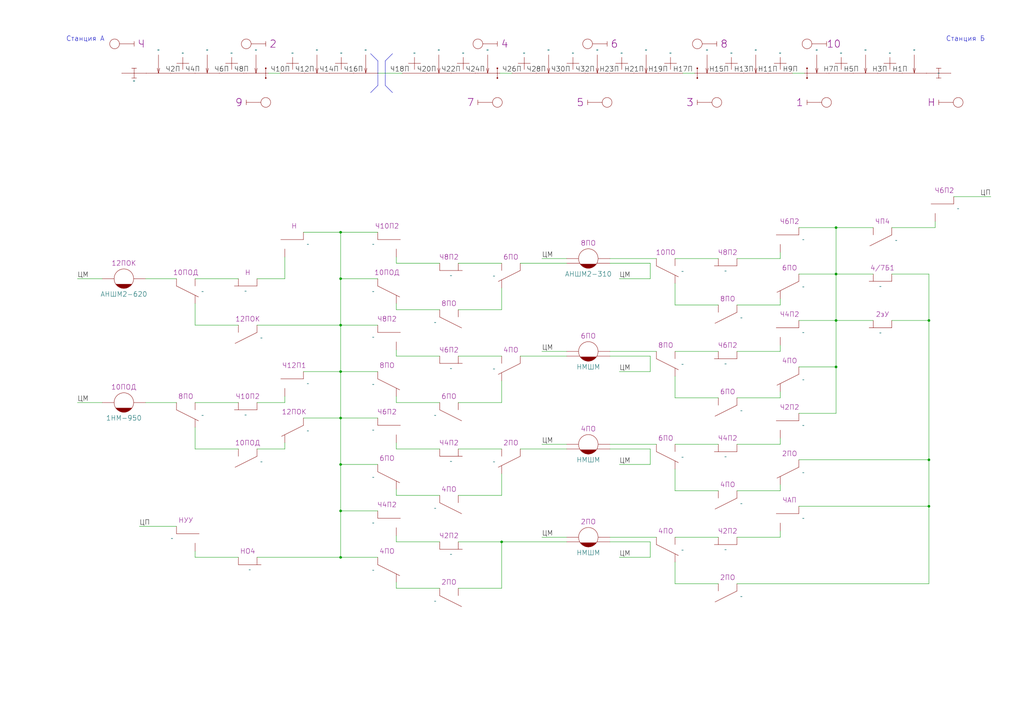
<source format=kicad_sch>
(kicad_sch (version 20231120) (generator "eeschema") (generator_version "8.0")
  (paper "A3")
  (title_block (title "Станция А") (company "МКТ РУТ (МИИТ)") (comment 1 "КП 27.02.03.03.000 ГЧ") (comment 2 "Сафранович") (comment 3 "Бузунова"))
  (lib_symbols
    (symbol "SCB:Генератор_Нитки"
      (symbol "Генератор_Нитки_0_1"
        (polyline (pts (xy 0 0) (xy -0.5 -2)))
        (polyline (pts (xy 0 0) (xy 0 -7.5)))
        (polyline (pts (xy 0 0) (xy 0.5 -2)))
        (polyline (pts (xy 5 0) (xy -5 0)))
      )
      (symbol "Генератор_Нитки_1_1"
        (pin unspecified line (at -5 0 0) (length 0) (name "") (number ""))
        (pin unspecified line (at 5 0 180) (length 0) (name "") (number ""))
      )
    )
    (symbol "SCB:Изостык" (pin_numbers hide) (pin_names (offset 0) hide)
      (symbol "Изостык_0_1"
        (polyline (pts (xy -1 -2) (xy 1 -2)))
        (polyline (pts (xy 0 -2) (xy 0 2)))
        (polyline (pts (xy 1 2) (xy -1 2)))
      )
      (symbol "Изостык_1_1"
        (pin unspecified line (at 0 0 90) (length 0) (name "привязка") (number ""))
      )
      (symbol "Изостык_2_1"
        (polyline (pts (xy -5 0) (xy 5 0)))
        (pin passive line (at 0 2 270) (length 0) (name "") (number ""))
        (pin unspecified line (at 5 0 180) (length 0) (name "") (number ""))
        (pin unspecified line (at -5 0 0) (length 0) (name "привязка") (number ""))
      )
    )
    (symbol "SCB:Приемник_Нитки"
      (symbol "Приемник_Нитки_0_1"
        (polyline (pts (xy -5 0) (xy 5 0)))
        (polyline (pts (xy 0 -1.5) (xy 0 -6.5)))
        (polyline (pts (xy 2.5 -4) (xy -2.5 -4)))
      )
      (symbol "Приемник_Нитки_1_1"
        (pin unspecified line (at -5 0 0) (length 0) (name "") (number ""))
        (pin unspecified line (at 5 0 180) (length 0) (name "") (number ""))
      )
    )
    (symbol "SCB:Светофор" (pin_numbers hide) (pin_names (offset 0) hide)
      (property "Литера" "?" (at 3 12 0))
      (symbol "Светофор_0_1"
        (circle (center -8 12) (radius 2))
        (polyline (pts (xy 0 11) (xy 0 13)))
        (polyline (pts (xy 0 12) (xy -6 12)))
      )
      (symbol "Светофор_1_1"
        (pin unspecified line (at 0 0 90) (length 0) (name "привязка") (number ""))
      )
    )
    (symbol "SCB:УКСПС" (pin_numbers hide) (pin_names (offset 0) hide)
      (property "Литера" "?УКСПС" (at 0 6 0))
      (symbol "УКСПС_0_1"
        (polyline (pts (xy 0 -2) (xy 0 2)))
      )
      (symbol "УКСПС_1_1"
        (circle (center 0 -2) (radius 0.25) (fill (type outline)))
        (circle (center 0 2) (radius 0.25) (fill (type outline)))
        (pin unspecified line (at 0 0 90) (length 0) (name "привязка") (number ""))
      )
      (symbol "УКСПС_2_1"
        (circle (center 0 -2) (radius 0.25) (fill (type outline)))
        (polyline (pts (xy -1.5 2.5) (xy -5.5 2.5)))
        (polyline (pts (xy -5.5 2.5) (xy -4 3) (xy -4 2) (xy -5.5 2.5)) (fill (type outline)))
        (circle (center 0 2) (radius 0.25) (fill (type outline)))
        (pin unspecified line (at 0 0 90) (length 0) (name "привязка") (number ""))
      )
    )
    (symbol "SCB_Relay:Контакт_нейтрального_якоря" (pin_numbers hide) (pin_names hide)
      (property "Обозначение реле" "Н" (at 0 2.54 0))
      (symbol "Контакт_нейтрального_якоря_0_1"
        (polyline (pts (xy -3.81 -3) (xy 5.19 -7.5)))
        (pin bidirectional line (at -3.81 0 270) (length 3) (name "") (number "1"))
      )
      (symbol "Контакт_нейтрального_якоря_1_1"
        (pin bidirectional line (at 3.81 0 270) (length 3) (name "") (number "2"))
        (pin bidirectional line (at 3.81 -10.16 90) (length 3.3) (name "") (number "3"))
      )
      (symbol "Контакт_нейтрального_якоря_2_1"
        (pin bidirectional line (at 3.81 -10.16 90) (length 3.3) (name "") (number "3"))
      )
      (symbol "Контакт_нейтрального_якоря_3_1"
        (pin bidirectional line (at 3.81 0 270) (length 3) (name "") (number "2"))
      )
      (symbol "Контакт_нейтрального_якоря_4_1"
        (polyline (pts (xy 3.81 -10.16) (xy 7.62 -10.16)))
        (polyline (pts (xy 3.81 -8.89) (xy 5.715 -10.16)))
        (polyline (pts (xy 3.81 -6.858) (xy 3.81 -10.16)))
        (polyline (pts (xy 3.81 -1.27) (xy 5.715 0)))
        (polyline (pts (xy 3.81 0) (xy 3.81 -3)))
        (polyline (pts (xy 3.81 0) (xy 7.62 0)))
        (pin bidirectional line (at -3.81 0 270) (length 3) (name "") (number "1"))
        (pin bidirectional line (at 8.89 0 180) (length 2) (name "") (number "2"))
        (pin bidirectional line (at 8.89 -10.16 180) (length 2) (name "") (number "3"))
      )
      (symbol "Контакт_нейтрального_якоря_5_1"
        (polyline (pts (xy 3.81 -1.27) (xy 5.715 0)))
        (polyline (pts (xy 3.81 0) (xy 3.81 -3)))
        (polyline (pts (xy 3.81 0) (xy 7.62 0)))
        (pin bidirectional line (at 8.89 0 180) (length 2) (name "") (number "2"))
      )
      (symbol "Контакт_нейтрального_якоря_6_1"
        (polyline (pts (xy 3.81 -8.89) (xy 5.715 -10.16)))
        (polyline (pts (xy 3.81 -6.858) (xy 3.81 -10.16) (xy 6.985 -10.16)))
        (pin bidirectional line (at 8.89 -10.16 180) (length 2) (name "") (number "3"))
      )
      (symbol "Контакт_нейтрального_якоря_7_1"
        (polyline (pts (xy 11.43 0) (xy 3.81 0) (xy 3.81 -3)))
        (polyline (pts (xy 3.81 0) (xy 5.5 1) (xy 8.5 -1) (xy 10 0)))
        (pin bidirectional line (at 12.7 0 180) (length 2) (name "") (number "2"))
        (pin bidirectional line (at 3.81 -10.16 90) (length 3.3) (name "") (number "3"))
      )
      (symbol "Контакт_нейтрального_якоря_8_1"
        (arc (start 5 -8.5) (mid 6.0355 -6) (end 5 -3.5))
        (pin bidirectional line (at 3.81 0 270) (length 3) (name "") (number "2"))
        (pin bidirectional line (at 3.81 -10.16 90) (length 3.3) (name "") (number "3"))
      )
    )
    (symbol "SCB_Relay:Контакт_нейтрального_якоря_НЗ" (pin_numbers hide) (pin_names hide)
      (property "Обозначение реле" "Н" (at 0 2.54 0))
      (symbol "Контакт_нейтрального_якоря_НЗ_0_1"
        (polyline (pts (xy -3.81 -3) (xy 5.5 -3)))
        (pin bidirectional line (at -3.81 0 270) (length 3) (name "") (number "1"))
      )
      (symbol "Контакт_нейтрального_якоря_НЗ_1_1"
        (pin bidirectional line (at 3.81 0 270) (length 3) (name "") (number "2"))
        (pin bidirectional line (at 3.81 -10.16 90) (length 3.3) (name "") (number "3"))
      )
      (symbol "Контакт_нейтрального_якоря_НЗ_2_1"
        (pin bidirectional line (at 3.81 -10.16 90) (length 3.3) (name "") (number "3"))
      )
      (symbol "Контакт_нейтрального_якоря_НЗ_3_1"
        (pin bidirectional line (at 3.81 0 270) (length 3) (name "") (number "2"))
      )
      (symbol "Контакт_нейтрального_якоря_НЗ_4_1"
        (polyline (pts (xy 3.81 -10.16) (xy 7.62 -10.16)))
        (polyline (pts (xy 3.81 -8.89) (xy 5.715 -10.16)))
        (polyline (pts (xy 3.81 -6.858) (xy 3.81 -10.16)))
        (polyline (pts (xy 3.81 -1.27) (xy 5.715 0)))
        (polyline (pts (xy 3.81 0) (xy 3.81 -3)))
        (polyline (pts (xy 3.81 0) (xy 7.62 0)))
        (pin bidirectional line (at -3.81 0 270) (length 3) (name "") (number "1"))
        (pin bidirectional line (at 8.89 0 180) (length 2) (name "") (number "2"))
        (pin bidirectional line (at 8.89 -10.16 180) (length 2) (name "") (number "3"))
      )
      (symbol "Контакт_нейтрального_якоря_НЗ_5_1"
        (polyline (pts (xy 3.81 -1.27) (xy 5.715 0)))
        (polyline (pts (xy 3.81 0) (xy 3.81 -3)))
        (polyline (pts (xy 3.81 0) (xy 7.62 0)))
        (pin bidirectional line (at 8.89 0 180) (length 2) (name "") (number "2"))
      )
      (symbol "Контакт_нейтрального_якоря_НЗ_6_1"
        (polyline (pts (xy 3.81 -8.89) (xy 5.715 -10.16)))
        (polyline (pts (xy 3.81 -6.858) (xy 3.81 -10.16) (xy 6.985 -10.16)))
        (pin bidirectional line (at 8.89 -10.16 180) (length 2) (name "") (number "3"))
      )
      (symbol "Контакт_нейтрального_якоря_НЗ_7_1"
        (polyline (pts (xy 11.43 0) (xy 3.81 0) (xy 3.81 -3)))
        (polyline (pts (xy 3.81 0) (xy 5.5 1) (xy 8.5 -1) (xy 10 0)))
        (pin bidirectional line (at 12.7 0 180) (length 2) (name "") (number "2"))
        (pin bidirectional line (at 3.81 -10.16 90) (length 3.3) (name "") (number "3"))
      )
      (symbol "Контакт_нейтрального_якоря_НЗ_8_1"
        (arc (start 5 -8.5) (mid 6.0355 -6) (end 5 -3.5))
        (pin bidirectional line (at 3.81 0 270) (length 3) (name "") (number "2"))
        (pin bidirectional line (at 3.81 -10.16 90) (length 3.3) (name "") (number "3"))
      )
    )
    (symbol "SCB_Relay:Нейтральное_с_замедлением_на_отпуск" (pin_numbers hide) (pin_names (offset 0.002) hide)
      (property "Value" "НМШМ" (at 0 -6.35 0))
      (property "Обозначение реле" "Н" (at 0 6.35 0))
      (symbol "Нейтральное_с_замедлением_на_отпуск_0_1"
        (polyline (pts (xy -3.25 -2.25) (xy 3.25 -2.25) (xy 2.5 -3) (xy 1.25 -3.75) (xy 0 -4) (xy -1.25 -3.75) (xy -2.5 -3) (xy -3.25 -2.25)) (fill (type outline)))
        (circle (center 0 0) (radius 4))
      )
      (symbol "Нейтральное_с_замедлением_на_отпуск_1_1"
        (pin power_in line (at -8.89 0 0) (length 4.8) (name "") (number "1"))
        (pin power_in line (at 8.89 0 180) (length 4.8) (name "") (number "4"))
      )
      (symbol "Нейтральное_с_замедлением_на_отпуск_2_1"
        (pin power_in line (at -8.89 0 0) (length 4.8) (name "") (number "1"))
        (pin power_in line (at -8.89 -1.905 0) (length 5.3) (name "") (number "2"))
        (pin power_in line (at 8.89 0 180) (length 4.8) (name "") (number "3"))
        (pin power_in line (at 8.89 -1.905 180) (length 5.3) (name "") (number "4"))
      )
    )
  )
  (junction (at 205.74 222.25))
  (junction (at 139.7 228.6))
  (junction (at 342.9 93.345))
  (junction (at 342.9 131.445))
  (junction (at 139.7 152.4))
  (junction (at 139.7 133.35))
  (junction (at 342.9 112.395))
  (junction (at 139.7 209.55))
  (junction (at 139.7 190.5))
  (junction (at 342.9 150.495))
  (junction (at 381 131.445))
  (junction (at 139.7 114.3))
  (junction (at 139.7 171.45))
  (junction (at 381 207.645))
  (junction (at 139.7 95.25))
  (junction (at 381 188.595))
  (wire (pts (xy 139.7 133.35) (xy 139.7 152.4)))
  (wire (pts (xy 124.46 171.45) (xy 139.7 171.45)))
  (wire (pts (xy 162.56 203.2) (xy 180.34 203.2)))
  (wire (pts (xy 80.01 184.15) (xy 97.79 184.15)))
  (wire (pts (xy 162.56 146.05) (xy 180.34 146.05)))
  (wire (pts (xy 59.69 114.3) (xy 72.39 114.3)))
  (wire (pts (xy 187.96 222.25) (xy 205.74 222.25)))
  (wire (pts (xy 110 30) (xy 115 30)))
  (wire (pts (xy 320.04 217.805) (xy 320.04 220.345)))
  (polyline (pts (xy 161 22) (xy 158 25)))
  (wire (pts (xy 320.04 106.045) (xy 302.26 106.045)))
  (wire (pts (xy 320.04 144.145) (xy 302.26 144.145)))
  (wire (pts (xy 162.56 143.51) (xy 162.56 146.05)))
  (wire (pts (xy 205.74 222.25) (xy 232.41 222.25)))
  (wire (pts (xy 80.01 133.35) (xy 97.79 133.35)))
  (wire (pts (xy 294.64 106.045) (xy 276.86 106.045)))
  (wire (pts (xy 139.7 152.4) (xy 139.7 171.45)))
  (wire (pts (xy 187.96 146.05) (xy 205.74 146.05)))
  (wire (pts (xy 381 131.445) (xy 381 188.595)))
  (wire (pts (xy 276.86 163.195) (xy 294.64 163.195)))
  (wire (pts (xy 342.9 93.345) (xy 342.9 112.395)))
  (wire (pts (xy 320.04 163.195) (xy 302.26 163.195)))
  (wire (pts (xy 320.04 122.555) (xy 320.04 125.095)))
  (wire (pts (xy 250.19 106.045) (xy 269.24 106.045)))
  (wire (pts (xy 139.7 95.25) (xy 154.94 95.25)))
  (wire (pts (xy 383.54 93.345) (xy 365.76 93.345)))
  (wire (pts (xy 365.76 112.395) (xy 381 112.395)))
  (wire (pts (xy 320.04 103.505) (xy 320.04 106.045)))
  (wire (pts (xy 162.56 181.61) (xy 162.56 184.15)))
  (wire (pts (xy 205.74 222.25) (xy 205.74 241.3)))
  (wire (pts (xy 105.41 165.1) (xy 116.84 165.1)))
  (wire (pts (xy 342.9 131.445) (xy 327.66 131.445)))
  (wire (pts (xy 155 30) (xy 165 30)))
  (wire (pts (xy 205.74 241.3) (xy 187.96 241.3)))
  (polyline (pts (xy 152 22) (xy 155 25)))
  (wire (pts (xy 327.66 207.645) (xy 381 207.645)))
  (wire (pts (xy 205.74 194.31) (xy 205.74 203.2)))
  (wire (pts (xy 381 188.595) (xy 381 207.645)))
  (wire (pts (xy 266.7 152.4) (xy 266.7 146.05)))
  (wire (pts (xy 59.69 165.1) (xy 72.39 165.1)))
  (wire (pts (xy 80.01 124.46) (xy 80.01 133.35)))
  (wire (pts (xy 154.94 228.6) (xy 139.7 228.6)))
  (wire (pts (xy 80.01 226.06) (xy 80.01 228.6)))
  (wire (pts (xy 342.9 169.545) (xy 327.66 169.545)))
  (wire (pts (xy 294.64 144.145) (xy 276.86 144.145)))
  (wire (pts (xy 276.86 125.095) (xy 294.64 125.095)))
  (wire (pts (xy 302.26 239.395) (xy 381 239.395)))
  (wire (pts (xy 320.04 160.655) (xy 320.04 163.195)))
  (wire (pts (xy 276.86 192.405) (xy 276.86 201.295)))
  (wire (pts (xy 222.25 144.145) (xy 232.41 144.145)))
  (wire (pts (xy 162.56 105.41) (xy 162.56 107.95)))
  (wire (pts (xy 80.01 114.3) (xy 97.79 114.3)))
  (wire (pts (xy 365.76 131.445) (xy 381 131.445)))
  (wire (pts (xy 254 152.4) (xy 266.7 152.4)))
  (wire (pts (xy 266.7 114.3) (xy 266.7 107.95)))
  (wire (pts (xy 80.01 165.1) (xy 97.79 165.1)))
  (wire (pts (xy 276.86 116.205) (xy 276.86 125.095)))
  (wire (pts (xy 320.04 198.755) (xy 320.04 201.295)))
  (wire (pts (xy 266.7 184.15) (xy 250.19 184.15)))
  (wire (pts (xy 139.7 209.55) (xy 154.94 209.55)))
  (wire (pts (xy 250.19 220.345) (xy 269.24 220.345)))
  (wire (pts (xy 222.25 106.045) (xy 232.41 106.045)))
  (wire (pts (xy 342.9 112.395) (xy 358.14 112.395)))
  (wire (pts (xy 162.56 184.15) (xy 180.34 184.15)))
  (wire (pts (xy 57.15 215.9) (xy 72.39 215.9)))
  (wire (pts (xy 342.9 112.395) (xy 327.66 112.395)))
  (wire (pts (xy 139.7 209.55) (xy 139.7 190.5)))
  (wire (pts (xy 254 190.5) (xy 266.7 190.5)))
  (wire (pts (xy 139.7 171.45) (xy 154.94 171.45)))
  (wire (pts (xy 154.94 152.4) (xy 139.7 152.4)))
  (wire (pts (xy 280 30) (xy 285 30)))
  (wire (pts (xy 294.64 182.245) (xy 276.86 182.245)))
  (wire (pts (xy 254 114.3) (xy 266.7 114.3)))
  (wire (pts (xy 162.56 219.71) (xy 162.56 222.25)))
  (wire (pts (xy 254 228.6) (xy 266.7 228.6)))
  (wire (pts (xy 320.04 179.705) (xy 320.04 182.245)))
  (wire (pts (xy 342.9 131.445) (xy 358.14 131.445)))
  (wire (pts (xy 139.7 228.6) (xy 139.7 209.55)))
  (wire (pts (xy 222.25 182.245) (xy 232.41 182.245)))
  (wire (pts (xy 222.25 220.345) (xy 232.41 220.345)))
  (wire (pts (xy 327.66 188.595) (xy 381 188.595)))
  (wire (pts (xy 205 30) (xy 210 30)))
  (wire (pts (xy 276.86 230.505) (xy 276.86 239.395)))
  (wire (pts (xy 116.84 181.61) (xy 116.84 184.15)))
  (wire (pts (xy 80.01 175.26) (xy 80.01 184.15)))
  (wire (pts (xy 342.9 150.495) (xy 327.66 150.495)))
  (wire (pts (xy 325 30) (xy 330 30)))
  (wire (pts (xy 381 112.395) (xy 381 131.445)))
  (wire (pts (xy 266.7 228.6) (xy 266.7 222.25)))
  (wire (pts (xy 124.46 152.4) (xy 139.7 152.4)))
  (wire (pts (xy 342.9 93.345) (xy 327.66 93.345)))
  (wire (pts (xy 320.04 141.605) (xy 320.04 144.145)))
  (wire (pts (xy 31.75 114.3) (xy 41.91 114.3)))
  (wire (pts (xy 31.75 165.1) (xy 41.91 165.1)))
  (wire (pts (xy 105.41 228.6) (xy 139.7 228.6)))
  (wire (pts (xy 266.7 190.5) (xy 266.7 184.15)))
  (wire (pts (xy 162.56 222.25) (xy 180.34 222.25)))
  (wire (pts (xy 266.7 222.25) (xy 250.19 222.25)))
  (wire (pts (xy 266.7 146.05) (xy 250.19 146.05)))
  (wire (pts (xy 250.19 182.245) (xy 269.24 182.245)))
  (wire (pts (xy 139.7 95.25) (xy 124.46 95.25)))
  (wire (pts (xy 162.56 200.66) (xy 162.56 203.2)))
  (wire (pts (xy 162.56 238.76) (xy 162.56 241.3)))
  (wire (pts (xy 320.04 125.095) (xy 302.26 125.095)))
  (wire (pts (xy 205.74 127) (xy 187.96 127)))
  (wire (pts (xy 383.54 90.805) (xy 383.54 93.345)))
  (wire (pts (xy 205.74 156.21) (xy 205.74 165.1)))
  (wire (pts (xy 139.7 190.5) (xy 154.94 190.5)))
  (wire (pts (xy 250.19 144.145) (xy 269.24 144.145)))
  (wire (pts (xy 162.56 165.1) (xy 180.34 165.1)))
  (wire (pts (xy 342.9 131.445) (xy 342.9 112.395)))
  (wire (pts (xy 342.9 93.345) (xy 358.14 93.345)))
  (wire (pts (xy 342.9 150.495) (xy 342.9 169.545)))
  (wire (pts (xy 139.7 95.25) (xy 139.7 114.3)))
  (wire (pts (xy 80.01 228.6) (xy 97.79 228.6)))
  (wire (pts (xy 116.84 162.56) (xy 116.84 165.1)))
  (wire (pts (xy 213.36 146.05) (xy 232.41 146.05)))
  (wire (pts (xy 162.56 162.56) (xy 162.56 165.1)))
  (wire (pts (xy 162.56 107.95) (xy 180.34 107.95)))
  (wire (pts (xy 162.56 124.46) (xy 162.56 127)))
  (wire (pts (xy 391.16 80.645) (xy 406.4 80.645)))
  (wire (pts (xy 205.74 118.11) (xy 205.74 127)))
  (wire (pts (xy 213.36 184.15) (xy 232.41 184.15)))
  (polyline (pts (xy 152 38) (xy 155 35)))
  (wire (pts (xy 139.7 133.35) (xy 154.94 133.35)))
  (wire (pts (xy 276.86 154.305) (xy 276.86 163.195)))
  (wire (pts (xy 320.04 220.345) (xy 302.26 220.345)))
  (polyline (pts (xy 158 35) (xy 161 38)))
  (wire (pts (xy 276.86 239.395) (xy 294.64 239.395)))
  (wire (pts (xy 105.41 114.3) (xy 116.84 114.3)))
  (wire (pts (xy 105.41 133.35) (xy 139.7 133.35)))
  (wire (pts (xy 205.74 203.2) (xy 187.96 203.2)))
  (wire (pts (xy 294.64 220.345) (xy 276.86 220.345)))
  (wire (pts (xy 116.84 105.41) (xy 116.84 114.3)))
  (wire (pts (xy 162.56 127) (xy 180.34 127)))
  (wire (pts (xy 205.74 165.1) (xy 187.96 165.1)))
  (wire (pts (xy 139.7 114.3) (xy 139.7 133.35)))
  (wire (pts (xy 266.7 107.95) (xy 250.19 107.95)))
  (wire (pts (xy 320.04 182.245) (xy 302.26 182.245)))
  (wire (pts (xy 342.9 131.445) (xy 342.9 150.495)))
  (polyline (pts (xy 155 25) (xy 155 35)))
  (wire (pts (xy 187.96 184.15) (xy 205.74 184.15)))
  (wire (pts (xy 162.56 241.3) (xy 180.34 241.3)))
  (wire (pts (xy 320.04 201.295) (xy 302.26 201.295)))
  (wire (pts (xy 381 207.645) (xy 381 239.395)))
  (wire (pts (xy 213.36 107.95) (xy 232.41 107.95)))
  (wire (pts (xy 139.7 171.45) (xy 139.7 190.5)))
  (polyline (pts (xy 158 25) (xy 158 35)))
  (wire (pts (xy 187.96 107.95) (xy 205.74 107.95)))
  (wire (pts (xy 276.86 201.295) (xy 294.64 201.295)))
  (wire (pts (xy 116.84 184.15) (xy 105.41 184.15)))
  (wire (pts (xy 139.7 114.3) (xy 154.94 114.3)))
  (text "Станция А" (at 35 16 0) (effects (font (size 2 2))))
  (text "Станция Б" (at 396 16 0) (effects (font (size 2 2))))
  (label "Ч28П" (at 216 30 0) (effects (font (size 2 2))) (property "Netclass" "Рельсы" (effects (hide yes))))
  (label "Ч32П" (at 236 30 0) (effects (font (size 2 2))) (property "Netclass" "Рельсы" (effects (hide yes))))
  (label "Н11П" (at 319 30 180) (effects (font (size 2 2))) (property "Netclass" "Рельсы" (effects (hide yes))))
  (label "Ч4П" (at 76 30 0) (effects (font (size 2 2))) (property "Netclass" "Рельсы" (effects (hide yes))))
  (label "ЦМ" (at 222.25 220.345 0) (effects (font (size 2 2))) (property "Netclass" "Цепь" (effects (hide yes))))
  (label "ЦП" (at 57.15 215.9 0) (effects (font (size 2 2))) (property "Netclass" "Цепь" (effects (hide yes))))
  (label "Ч26П" (at 214 30 180) (effects (font (size 2 2))) (property "Netclass" "Рельсы" (effects (hide yes))))
  (label "ЦМ" (at 222.25 106.045 0) (effects (font (size 2 2))) (property "Netclass" "Цепь" (effects (hide yes))))
  (label "Н5П" (at 346 30 0) (effects (font (size 2 2))) (property "Netclass" "Рельсы" (effects (hide yes))))
  (label "Ч10П" (at 119 30 180) (effects (font (size 2 2))) (property "Netclass" "Рельсы" (effects (hide yes))))
  (label "Н23П" (at 254 30 180) (effects (font (size 2 2))) (property "Netclass" "Рельсы" (effects (hide yes))))
  (label "Н1П" (at 366 30 0) (effects (font (size 2 2))) (property "Netclass" "Рельсы" (effects (hide yes))))
  (label "ЦМ" (at 31.75 165.1 0) (effects (font (size 2 2))) (property "Netclass" "Цепь" (effects (hide yes))))
  (label "Н21П" (at 256 30 0) (effects (font (size 2 2))) (property "Netclass" "Рельсы" (effects (hide yes))))
  (label "ЦП" (at 406.4 80.645 180) (effects (font (size 2 2))) (property "Netclass" "Цепь" (effects (hide yes))))
  (label "Ч12П" (at 121 30 0) (effects (font (size 2 2))) (property "Netclass" "Рельсы" (effects (hide yes))))
  (label "ЦМ" (at 254 190.5 0) (effects (font (size 2 2))) (property "Netclass" "Цепь" (effects (hide yes))))
  (label "ЦМ" (at 254 228.6 0) (effects (font (size 2 2))) (property "Netclass" "Цепь" (effects (hide yes))))
  (label "Ч30П" (at 234 30 180) (effects (font (size 2 2))) (property "Netclass" "Рельсы" (effects (hide yes))))
  (label "ЦМ" (at 31.75 114.3 0) (effects (font (size 2 2))) (property "Netclass" "Цепь" (effects (hide yes))))
  (label "Ч8П" (at 96 30 0) (effects (font (size 2 2))) (property "Netclass" "Рельсы" (effects (hide yes))))
  (label "Ч24П" (at 191 30 0) (effects (font (size 2 2))) (property "Netclass" "Рельсы" (effects (hide yes))))
  (label "Н3П" (at 364 30 180) (effects (font (size 2 2))) (property "Netclass" "Рельсы" (effects (hide yes))))
  (label "Н15П" (at 299 30 180) (effects (font (size 2 2))) (property "Netclass" "Рельсы" (effects (hide yes))))
  (label "Н9П" (at 321 30 0) (effects (font (size 2 2))) (property "Netclass" "Рельсы" (effects (hide yes))))
  (label "Ч22П" (at 189 30 180) (effects (font (size 2 2))) (property "Netclass" "Рельсы" (effects (hide yes))))
  (label "Ч6П" (at 94 30 180) (effects (font (size 2 2))) (property "Netclass" "Рельсы" (effects (hide yes))))
  (label "Ч2П" (at 74 30 180) (effects (font (size 2 2))) (property "Netclass" "Рельсы" (effects (hide yes))))
  (label "ЦМ" (at 254 114.3 0) (effects (font (size 2 2))) (property "Netclass" "Цепь" (effects (hide yes))))
  (label "Ч14П" (at 139 30 180) (effects (font (size 2 2))) (property "Netclass" "Рельсы" (effects (hide yes))))
  (label "ЦМ" (at 222.25 182.245 0) (effects (font (size 2 2))) (property "Netclass" "Цепь" (effects (hide yes))))
  (label "Н13П" (at 301 30 0) (effects (font (size 2 2))) (property "Netclass" "Рельсы" (effects (hide yes))))
  (label "Ч16П" (at 141 30 0) (effects (font (size 2 2))) (property "Netclass" "Рельсы" (effects (hide yes))))
  (label "ЦМ" (at 222.25 144.145 0) (effects (font (size 2 2))) (property "Netclass" "Цепь" (effects (hide yes))))
  (label "Н19П" (at 274 30 180) (effects (font (size 2 2))) (property "Netclass" "Рельсы" (effects (hide yes))))
  (label "Н7П" (at 344 30 180) (effects (font (size 2 2))) (property "Netclass" "Рельсы" (effects (hide yes))))
  (label "ЦМ" (at 254 152.4 0) (effects (font (size 2 2))) (property "Netclass" "Цепь" (effects (hide yes))))
  (label "Ч18П" (at 168 30 180) (effects (font (size 2 2))) (property "Netclass" "Рельсы" (effects (hide yes))))
  (label "Н17П" (at 276 30 0) (effects (font (size 2 2))) (property "Netclass" "Рельсы" (effects (hide yes))))
  (label "Ч20П" (at 171 30 0) (effects (font (size 2 2))) (property "Netclass" "Рельсы" (effects (hide yes))))
  (symbol (lib_id "SCB:Генератор_Нитки") (at 225 30 180) (unit 1)
    (property "Reference" "Генератор1111113111" (effects (hide yes)))
    (property "Value" "~" (at 225 20.48 0))
  )
  (symbol (lib_id "SCB_Relay:Контакт_нейтрального_якоря") (at 323.85 112.395 0) (mirror y) (unit 2)
    (property "Reference" "Н1111" (effects (hide yes)))
    (property "Value" "~" (at 328.93 117.645 0) (effects (justify right)))
    (property "Обозначение реле" "6ПО" (at 323.85 109.855 0) (effects (font (size 2 2))))
  )
  (symbol (lib_id "SCB_Relay:Контакт_нейтрального_якоря") (at 323.85 150.495 0) (mirror y) (unit 2)
    (property "Reference" "Н11111" (effects (hide yes)))
    (property "Value" "~" (at 328.93 155.745 0) (effects (justify right)))
    (property "Обозначение реле" "4ПО" (at 323.85 147.955 0) (effects (font (size 2 2))))
  )
  (symbol (lib_id "SCB_Relay:Контакт_нейтрального_якоря") (at 158.75 152.4 0) (unit 2)
    (property "Reference" "Н1111" (effects (hide yes)))
    (property "Value" "~" (at 153.67 157.65 0) (effects (justify right)))
    (property "Обозначение реле" "8ПО" (at 158.75 149.86 0) (effects (font (size 2 2))))
  )
  (symbol (lib_id "SCB_Relay:Контакт_нейтрального_якоря") (at 184.15 127 0) (unit 3)
    (property "Reference" "Н11" (effects (hide yes)))
    (property "Value" "~" (at 179.07 132.25 0) (effects (justify right)))
    (property "Обозначение реле" "8ПО" (at 184.15 124.46 0) (effects (font (size 2 2))))
  )
  (symbol (lib_id "SCB_Relay:Контакт_нейтрального_якоря_НЗ") (at 298.45 106.045 0) (mirror y) (unit 3)
    (property "Reference" "Н111" (effects (hide yes)))
    (property "Value" "~" (at 297.605 111.125 0))
    (property "Обозначение реле" "Ч8П2" (at 298.45 103.505 0) (effects (font (size 2 2))))
  )
  (symbol (lib_id "SCB:УКСПС") (at 109 30 0) (unit 1)
    (property "Reference" "УКСПС11111" (effects (hide yes)))
    (property "Литера" "?УКСПС" (effects (hide yes)))
  )
  (symbol (lib_id "SCB_Relay:Контакт_нейтрального_якоря") (at 101.6 184.15 0) (mirror y) (unit 3)
    (property "Reference" "Н12" (effects (hide yes)))
    (property "Value" "~" (at 106.68 189.4 0) (effects (justify right)))
    (property "Обозначение реле" "10ПОД" (at 101.6 181.61 0) (effects (font (size 2 2))))
  )
  (symbol (lib_id "SCB_Relay:Контакт_нейтрального_якоря") (at 209.55 184.15 0) (mirror y) (unit 1)
    (property "Reference" "Н111" (effects (hide yes)))
    (property "Value" "~" (at 203.2 189.4 0) (effects (justify left)))
    (property "Обозначение реле" "2ПО" (at 209.55 181.61 0) (effects (font (size 2 2))))
  )
  (symbol (lib_id "SCB_Relay:Нейтральное_с_замедлением_на_отпуск") (at 241.3 220.345 0) (unit 2)
    (property "Reference" "Н11" (effects (hide yes)))
    (property "Value" "НМШМ" (at 241.3 226.695 0) (effects (font (size 2 2))))
    (property "Обозначение реле" "2ПО" (at 241.3 213.995 0) (effects (font (size 2 2))))
  )
  (symbol (lib_id "SCB_Relay:Контакт_нейтрального_якоря") (at 298.45 163.195 0) (mirror y) (unit 3)
    (property "Reference" "Н1121" (effects (hide yes)))
    (property "Value" "~" (at 303.53 168.445 0) (effects (justify right)))
    (property "Обозначение реле" "6ПО" (at 298.45 160.655 0) (effects (font (size 2 2))))
  )
  (symbol (lib_id "SCB_Relay:Контакт_нейтрального_якоря") (at 76.2 114.3 0) (unit 1)
    (property "Reference" "Н1" (effects (hide yes)))
    (property "Value" "~" (at 82.55 119.55 0) (effects (justify left)))
    (property "Обозначение реле" "10ПОД" (at 76.2 111.76 0) (effects (font (size 2 2))))
  )
  (symbol (lib_id "SCB_Relay:Нейтральное_с_замедлением_на_отпуск") (at 50.8 114.3 0) (unit 1)
    (property "Reference" "Н1" (effects (hide yes)))
    (property "Value" "АНШМ2-620" (at 50.8 120.65 0) (effects (font (size 2 2))))
    (property "Обозначение реле" "12ПОК" (at 50.8 107.95 0) (effects (font (size 2 2))))
  )
  (symbol (lib_id "SCB_Relay:Контакт_нейтрального_якоря_НЗ") (at 323.85 93.345 0) (mirror y) (unit 2)
    (property "Reference" "Н1311" (effects (hide yes)))
    (property "Value" "~" (at 328.93 98.275 0) (effects (justify right)))
    (property "Обозначение реле" "Ч6П2" (at 323.85 90.805 0) (effects (font (size 2 2))))
  )
  (symbol (lib_id "SCB:Генератор_Нитки") (at 85 30 180) (unit 1)
    (property "Reference" "Генератор111111111" (effects (hide yes)))
    (property "Value" "~" (at 85 20.48 0))
  )
  (symbol (lib_id "SCB:Генератор_Нитки") (at 150 30 180) (unit 1)
    (property "Reference" "Генератор1111111111" (effects (hide yes)))
    (property "Value" "~" (at 150 20.48 0))
  )
  (symbol (lib_id "SCB:Светофор") (at 204 30 0) (unit 1)
    (property "Reference" "Светофор112111" (effects (hide yes)))
    (property "Литера" "4" (at 207 18 0) (effects (font (size 3 3))))
  )
  (symbol (lib_id "SCB:Приемник_Нитки") (at 255 30 180) (unit 1)
    (property "Reference" "Приемник111115111" (effects (hide yes)))
    (property "Value" "~" (at 255 21.75 0))
  )
  (symbol (lib_id "SCB:Приемник_Нитки") (at 190 30 180) (unit 1)
    (property "Reference" "Приемник1111112111" (effects (hide yes)))
    (property "Value" "~" (at 190 21.75 0))
  )
  (symbol (lib_id "SCB:Генератор_Нитки") (at 200 30 180) (unit 1)
    (property "Reference" "Генератор1111112111" (effects (hide yes)))
    (property "Value" "~" (at 200 20.48 0))
  )
  (symbol (lib_id "SCB:Генератор_Нитки") (at 375 30 180) (unit 1)
    (property "Reference" "Генератор11111110111" (effects (hide yes)))
    (property "Value" "~" (at 375 20.48 0))
  )
  (symbol (lib_id "SCB_Relay:Контакт_нейтрального_якоря") (at 158.75 228.6 0) (unit 2)
    (property "Reference" "Н11111" (effects (hide yes)))
    (property "Value" "~" (at 153.67 233.85 0) (effects (justify right)))
    (property "Обозначение реле" "4ПО" (at 158.75 226.06 0) (effects (font (size 2 2))))
  )
  (symbol (lib_id "SCB_Relay:Контакт_нейтрального_якоря_НЗ") (at 323.85 207.645 0) (mirror y) (unit 2)
    (property "Reference" "Н13111" (effects (hide yes)))
    (property "Value" "~" (at 328.93 212.575 0) (effects (justify right)))
    (property "Обозначение реле" "ЧАП" (at 323.85 205.105 0) (effects (font (size 2 2))))
  )
  (symbol (lib_id "SCB:Приемник_Нитки") (at 345 30 180) (unit 1)
    (property "Reference" "Приемник111119111" (effects (hide yes)))
    (property "Value" "~" (at 345 21.75 0))
  )
  (symbol (lib_id "SCB:Приемник_Нитки") (at 320 30 180) (unit 1)
    (property "Reference" "Приемник111118111" (effects (hide yes)))
    (property "Value" "~" (at 320 21.75 0))
  )
  (symbol (lib_id "SCB:Изостык") (at 385 30 180) (unit 2)
    (property "Reference" "И111111" (effects (hide yes)))
    (property "Value" "~" (at 385 30 0))
  )
  (symbol (lib_id "SCB_Relay:Контакт_нейтрального_якоря_НЗ") (at 101.6 165.1 0) (mirror y) (unit 3)
    (property "Reference" "Н13" (effects (hide yes)))
    (property "Value" "~" (at 100.755 170.18 0))
    (property "Обозначение реле" "Ч10П2" (at 101.6 162.56 0) (effects (font (size 2 2))))
  )
  (symbol (lib_id "SCB:Приемник_Нитки") (at 120 30 180) (unit 1)
    (property "Reference" "Приемник111111111" (effects (hide yes)))
    (property "Value" "~" (at 120 21.75 0))
  )
  (symbol (lib_id "SCB:Генератор_Нитки") (at 355 30 180) (unit 1)
    (property "Reference" "Генератор1111119111" (effects (hide yes)))
    (property "Value" "~" (at 355 20.48 0))
  )
  (symbol (lib_id "SCB_Relay:Контакт_нейтрального_якоря") (at 273.05 106.045 0) (unit 1)
    (property "Reference" "Н112" (effects (hide yes)))
    (property "Value" "~" (at 279.4 111.295 0) (effects (justify left)))
    (property "Обозначение реле" "10ПО" (at 273.05 103.505 0) (effects (font (size 2 2))))
  )
  (symbol (lib_id "SCB:Генератор_Нитки") (at 335 30 180) (unit 1)
    (property "Reference" "Генератор1111118111" (effects (hide yes)))
    (property "Value" "~" (at 335 20.48 0))
  )
  (symbol (lib_id "SCB_Relay:Контакт_нейтрального_якоря") (at 298.45 239.395 0) (mirror y) (unit 3)
    (property "Reference" "Н1121" (effects (hide yes)))
    (property "Value" "~" (at 303.53 244.645 0) (effects (justify right)))
    (property "Обозначение реле" "2ПО" (at 298.45 236.855 0) (effects (font (size 2 2))))
  )
  (symbol (lib_id "SCB:Генератор_Нитки") (at 105 30 180) (unit 1)
    (property "Reference" "Генератор111112111" (effects (hide yes)))
    (property "Value" "~" (at 105 20.48 0))
  )
  (symbol (lib_id "SCB_Relay:Контакт_нейтрального_якоря") (at 273.05 220.345 0) (unit 1)
    (property "Reference" "Н1121" (effects (hide yes)))
    (property "Value" "~" (at 279.4 225.595 0) (effects (justify left)))
    (property "Обозначение реле" "4ПО" (at 273.05 217.805 0) (effects (font (size 2 2))))
  )
  (symbol (lib_id "SCB:Приемник_Нитки") (at 95 30 180) (unit 1)
    (property "Reference" "Приемник1112111" (effects (hide yes)))
    (property "Value" "~" (at 95 21.75 0))
  )
  (symbol (lib_id "SCB:Приемник_Нитки") (at 215 30 180) (unit 1)
    (property "Reference" "Приемник111113111" (effects (hide yes)))
    (property "Value" "~" (at 215 21.75 0))
  )
  (symbol (lib_id "SCB:Генератор_Нитки") (at 180 30 180) (unit 1)
    (property "Reference" "Генератор11111112111" (effects (hide yes)))
    (property "Value" "~" (at 180 20.48 0))
  )
  (symbol (lib_id "SCB_Relay:Контакт_нейтрального_якоря") (at 323.85 188.595 0) (mirror y) (unit 2)
    (property "Reference" "Н11111" (effects (hide yes)))
    (property "Value" "~" (at 328.93 193.845 0) (effects (justify right)))
    (property "Обозначение реле" "2ПО" (at 323.85 186.055 0) (effects (font (size 2 2))))
  )
  (symbol (lib_id "SCB_Relay:Контакт_нейтрального_якоря_НЗ") (at 101.6 228.6 0) (unit 3)
    (property "Reference" "Н131" (effects (hide yes)))
    (property "Value" "~" (at 102.445 233.68 0))
    (property "Обозначение реле" "НО4" (at 101.6 226.06 0) (effects (font (size 2 2))))
  )
  (symbol (lib_id "SCB_Relay:Контакт_нейтрального_якоря_НЗ") (at 387.35 80.645 0) (mirror y) (unit 2)
    (property "Reference" "Н131111" (effects (hide yes)))
    (property "Value" "~" (at 392.43 85.575 0) (effects (justify right)))
    (property "Обозначение реле" "Ч6П2" (at 387.35 78.105 0) (effects (font (size 2 2))))
  )
  (symbol (lib_id "SCB:Светофор") (at 241 30 180) (unit 1)
    (property "Reference" "Светофор1111111" (effects (hide yes)))
    (property "Литера" "5" (at 238 42 0) (effects (font (size 3 3))))
  )
  (symbol (lib_id "SCB:Светофор") (at 331 30 180) (unit 1)
    (property "Reference" "Светофор121111" (effects (hide yes)))
    (property "Литера" "1" (at 328 42 0) (effects (font (size 3 3))))
  )
  (symbol (lib_id "SCB:Приемник_Нитки") (at 170 30 180) (unit 1)
    (property "Reference" "Приемник111112111" (effects (hide yes)))
    (property "Value" "~" (at 170 21.75 0))
  )
  (symbol (lib_id "SCB_Relay:Контакт_нейтрального_якоря_НЗ") (at 184.15 146.05 0) (unit 3)
    (property "Reference" "Н111" (effects (hide yes)))
    (property "Value" "~" (at 184.995 151.13 0))
    (property "Обозначение реле" "Ч6П2" (at 184.15 143.51 0) (effects (font (size 2 2))))
  )
  (symbol (lib_id "SCB_Relay:Контакт_нейтрального_якоря_НЗ") (at 184.15 184.15 0) (unit 3)
    (property "Reference" "Н111" (effects (hide yes)))
    (property "Value" "~" (at 184.995 189.23 0))
    (property "Обозначение реле" "Ч4П2" (at 184.15 181.61 0) (effects (font (size 2 2))))
  )
  (symbol (lib_id "SCB_Relay:Контакт_нейтрального_якоря_НЗ") (at 158.75 95.25 0) (unit 2)
    (property "Reference" "Н131" (effects (hide yes)))
    (property "Value" "~" (at 153.67 100.18 0) (effects (justify right)))
    (property "Обозначение реле" "Ч10П2" (at 158.75 92.71 0) (effects (font (size 2 2))))
  )
  (symbol (lib_id "SCB:Светофор") (at 196 30 180) (unit 1)
    (property "Reference" "Светофор111111" (effects (hide yes)))
    (property "Литера" "7" (at 193 42 0) (effects (font (size 3 3))))
  )
  (symbol (lib_id "SCB_Relay:Контакт_нейтрального_якоря") (at 209.55 146.05 0) (mirror y) (unit 1)
    (property "Reference" "Н111" (effects (hide yes)))
    (property "Value" "~" (at 203.2 151.3 0) (effects (justify left)))
    (property "Обозначение реле" "4ПО" (at 209.55 143.51 0) (effects (font (size 2 2))))
  )
  (symbol (lib_id "SCB_Relay:Контакт_нейтрального_якоря_НЗ") (at 158.75 171.45 0) (unit 2)
    (property "Reference" "Н13111" (effects (hide yes)))
    (property "Value" "~" (at 153.67 176.38 0) (effects (justify right)))
    (property "Обозначение реле" "Ч6П2" (at 158.75 168.91 0) (effects (font (size 2 2))))
  )
  (symbol (lib_id "SCB_Relay:Нейтральное_с_замедлением_на_отпуск") (at 241.3 106.045 0) (unit 2)
    (property "Reference" "Н1" (effects (hide yes)))
    (property "Value" "АНШМ2-310" (at 241.3 112.395 0) (effects (font (size 2 2))))
    (property "Обозначение реле" "8ПО" (at 241.3 99.695 0) (effects (font (size 2 2))))
  )
  (symbol (lib_id "SCB:Изостык") (at 55 30 0) (unit 2)
    (property "Reference" "И11111" (effects (hide yes)))
    (property "Value" "~" (at 55 33.18 0))
  )
  (symbol (lib_id "SCB:Генератор_Нитки") (at 290 30 180) (unit 1)
    (property "Reference" "Генератор1111116111" (effects (hide yes)))
    (property "Value" "~" (at 290 20.48 0))
  )
  (symbol (lib_id "SCB:Генератор_Нитки") (at 265 30 180) (unit 1)
    (property "Reference" "Генератор1111115111" (effects (hide yes)))
    (property "Value" "~" (at 265 20.48 0))
  )
  (symbol (lib_id "SCB:Светофор") (at 101 30 180) (unit 1)
    (property "Reference" "Светофор12111" (effects (hide yes)))
    (property "Литера" "9" (at 98 42 0) (effects (font (size 3 3))))
  )
  (symbol (lib_id "SCB_Relay:Контакт_нейтрального_якоря") (at 101.6 133.35 0) (mirror y) (unit 3)
    (property "Reference" "Н1" (effects (hide yes)))
    (property "Value" "~" (at 106.68 138.6 0) (effects (justify right)))
    (property "Обозначение реле" "12ПОК" (at 101.6 130.81 0) (effects (font (size 2 2))))
  )
  (symbol (lib_id "SCB_Relay:Контакт_нейтрального_якоря_НЗ") (at 76.2 215.9 0) (unit 2)
    (property "Reference" "Н1311111" (effects (hide yes)))
    (property "Value" "~" (at 71.12 220.83 0) (effects (justify right)))
    (property "Обозначение реле" "НУУ" (at 76.2 213.36 0) (effects (font (size 2 2))))
  )
  (symbol (lib_id "SCB_Relay:Контакт_нейтрального_якоря_НЗ") (at 120.65 152.4 0) (mirror y) (unit 2)
    (property "Reference" "Н13" (effects (hide yes)))
    (property "Value" "~" (at 125.73 157.33 0) (effects (justify right)))
    (property "Обозначение реле" "Ч12П1" (at 120.65 149.86 0) (effects (font (size 2 2))))
  )
  (symbol (lib_id "SCB_Relay:Контакт_нейтрального_якоря_НЗ") (at 361.95 112.395 0) (mirror y) (unit 3)
    (property "Reference" "Н11111" (effects (hide yes)))
    (property "Value" "~" (at 361.105 117.475 0))
    (property "Обозначение реле" "4/7Б1" (at 361.95 109.855 0) (effects (font (size 2 2))))
  )
  (symbol (lib_id "SCB:Светофор") (at 109 30 0) (unit 1)
    (property "Reference" "Светофор13111" (effects (hide yes)))
    (property "Литера" "2" (at 112 18 0) (effects (font (size 3 3))))
  )
  (symbol (lib_id "SCB_Relay:Нейтральное_с_замедлением_на_отпуск") (at 50.8 165.1 0) (unit 1)
    (property "Reference" "Н11" (effects (hide yes)))
    (property "Value" "1НМ-950" (at 50.8 171.45 0) (effects (font (size 2 2))))
    (property "Обозначение реле" "10ПОД" (at 50.8 158.75 0) (effects (font (size 2 2))))
  )
  (symbol (lib_id "SCB_Relay:Контакт_нейтрального_якоря") (at 209.55 107.95 0) (mirror y) (unit 1)
    (property "Reference" "Н11" (effects (hide yes)))
    (property "Value" "~" (at 203.2 113.2 0) (effects (justify left)))
    (property "Обозначение реле" "6ПО" (at 209.55 105.41 0) (effects (font (size 2 2))))
  )
  (symbol (lib_id "SCB_Relay:Контакт_нейтрального_якоря_НЗ") (at 120.65 95.25 0) (mirror y) (unit 2)
    (property "Reference" "Н1" (effects (hide yes)))
    (property "Value" "~" (at 125.73 100.18 0) (effects (justify right)))
    (property "Обозначение реле" "Н" (at 120.65 92.71 0) (effects (font (size 2 2))))
  )
  (symbol (lib_id "SCB_Relay:Контакт_нейтрального_якоря_НЗ") (at 323.85 131.445 0) (mirror y) (unit 2)
    (property "Reference" "Н13111" (effects (hide yes)))
    (property "Value" "~" (at 328.93 136.375 0) (effects (justify right)))
    (property "Обозначение реле" "Ч4П2" (at 323.85 128.905 0) (effects (font (size 2 2))))
  )
  (symbol (lib_id "SCB_Relay:Контакт_нейтрального_якоря_НЗ") (at 298.45 144.145 0) (mirror y) (unit 3)
    (property "Reference" "Н1111" (effects (hide yes)))
    (property "Value" "~" (at 297.605 149.225 0))
    (property "Обозначение реле" "Ч6П2" (at 298.45 141.605 0) (effects (font (size 2 2))))
  )
  (symbol (lib_id "SCB_Relay:Контакт_нейтрального_якоря_НЗ") (at 184.15 107.95 0) (unit 3)
    (property "Reference" "Н11" (effects (hide yes)))
    (property "Value" "~" (at 184.995 113.03 0))
    (property "Обозначение реле" "Ч8П2" (at 184.15 105.41 0) (effects (font (size 2 2))))
  )
  (symbol (lib_id "SCB_Relay:Контакт_нейтрального_якоря") (at 76.2 165.1 0) (unit 1)
    (property "Reference" "Н12" (effects (hide yes)))
    (property "Value" "~" (at 82.55 170.35 0) (effects (justify left)))
    (property "Обозначение реле" "8ПО" (at 76.2 162.56 0) (effects (font (size 2 2))))
  )
  (symbol (lib_id "SCB:Светофор") (at 55 30 0) (unit 1)
    (property "Reference" "Светофор11111" (effects (hide yes)))
    (property "Литера" "Ч" (at 58 18 0) (effects (font (size 3 3))))
  )
  (symbol (lib_id "SCB:УКСПС") (at 331 30 0) (unit 1)
    (property "Reference" "УКСПС13111" (effects (hide yes)))
    (property "Литера" "?УКСПС" (effects (hide yes)))
  )
  (symbol (lib_id "SCB:Генератор_Нитки") (at 65 30 180) (unit 1)
    (property "Reference" "Генератор1111111" (effects (hide yes)))
    (property "Value" "~" (at 65 20.48 0))
  )
  (symbol (lib_id "SCB_Relay:Контакт_нейтрального_якоря") (at 120.65 171.45 0) (mirror y) (unit 2)
    (property "Reference" "Н11" (effects (hide yes)))
    (property "Value" "~" (at 125.73 176.7 0) (effects (justify right)))
    (property "Обозначение реле" "12ПОК" (at 120.65 168.91 0) (effects (font (size 2 2))))
  )
  (symbol (lib_id "SCB:Генератор_Нитки") (at 310 30 180) (unit 1)
    (property "Reference" "Генератор1111117111" (effects (hide yes)))
    (property "Value" "~" (at 310 20.48 0))
  )
  (symbol (lib_id "SCB_Relay:Контакт_нейтрального_якоря") (at 361.95 93.345 0) (mirror y) (unit 3)
    (property "Reference" "Н11211" (effects (hide yes)))
    (property "Value" "~" (at 367.03 98.595 0) (effects (justify right)))
    (property "Обозначение реле" "ЧП4" (at 361.95 90.805 0) (effects (font (size 2 2))))
  )
  (symbol (lib_id "SCB_Relay:Контакт_нейтрального_якоря_НЗ") (at 298.45 182.245 0) (mirror y) (unit 3)
    (property "Reference" "Н1111" (effects (hide yes)))
    (property "Value" "~" (at 297.605 187.325 0))
    (property "Обозначение реле" "Ч4П2" (at 298.45 179.705 0) (effects (font (size 2 2))))
  )
  (symbol (lib_id "SCB:Приемник_Нитки") (at 275 30 180) (unit 1)
    (property "Reference" "Приемник111116111" (effects (hide yes)))
    (property "Value" "~" (at 275 21.75 0))
  )
  (symbol (lib_id "SCB:Приемник_Нитки") (at 365 30 180) (unit 1)
    (property "Reference" "Приемник1111110111" (effects (hide yes)))
    (property "Value" "~" (at 365 21.75 0))
  )
  (symbol (lib_id "SCB_Relay:Контакт_нейтрального_якоря_НЗ") (at 361.95 131.445 0) (mirror y) (unit 3)
    (property "Reference" "Н111111" (effects (hide yes)))
    (property "Value" "~" (at 361.105 136.525 0))
    (property "Обозначение реле" "2зУ" (at 361.95 128.905 0) (effects (font (size 2 2))))
  )
  (symbol (lib_id "SCB_Relay:Контакт_нейтрального_якоря") (at 158.75 114.3 0) (unit 2)
    (property "Reference" "Н111" (effects (hide yes)))
    (property "Value" "~" (at 153.67 119.55 0) (effects (justify right)))
    (property "Обозначение реле" "10ПОД" (at 158.75 111.76 0) (effects (font (size 2 2))))
  )
  (symbol (lib_id "SCB:Генератор_Нитки") (at 245 30 180) (unit 1)
    (property "Reference" "Генератор1111114111" (effects (hide yes)))
    (property "Value" "~" (at 245 20.48 0))
  )
  (symbol (lib_id "SCB_Relay:Нейтральное_с_замедлением_на_отпуск") (at 241.3 182.245 0) (unit 2)
    (property "Reference" "Н11" (effects (hide yes)))
    (property "Value" "НМШМ" (at 241.3 188.595 0) (effects (font (size 2 2))))
    (property "Обозначение реле" "4ПО" (at 241.3 175.895 0) (effects (font (size 2 2))))
  )
  (symbol (lib_id "SCB_Relay:Контакт_нейтрального_якоря") (at 298.45 125.095 0) (mirror y) (unit 3)
    (property "Reference" "Н112" (effects (hide yes)))
    (property "Value" "~" (at 303.53 130.345 0) (effects (justify right)))
    (property "Обозначение реле" "8ПО" (at 298.45 122.555 0) (effects (font (size 2 2))))
  )
  (symbol (lib_id "SCB_Relay:Контакт_нейтрального_якоря_НЗ") (at 184.15 222.25 0) (unit 3)
    (property "Reference" "Н111" (effects (hide yes)))
    (property "Value" "~" (at 184.995 227.33 0))
    (property "Обозначение реле" "Ч2П2" (at 184.15 219.71 0) (effects (font (size 2 2))))
  )
  (symbol (lib_id "SCB_Relay:Контакт_нейтрального_якоря") (at 273.05 182.245 0) (unit 1)
    (property "Reference" "Н1121" (effects (hide yes)))
    (property "Value" "~" (at 279.4 187.495 0) (effects (justify left)))
    (property "Обозначение реле" "6ПО" (at 273.05 179.705 0) (effects (font (size 2 2))))
  )
  (symbol (lib_id "SCB_Relay:Контакт_нейтрального_якоря") (at 273.05 144.145 0) (unit 1)
    (property "Reference" "Н1121" (effects (hide yes)))
    (property "Value" "~" (at 279.4 149.395 0) (effects (justify left)))
    (property "Обозначение реле" "8ПО" (at 273.05 141.605 0) (effects (font (size 2 2))))
  )
  (symbol (lib_id "SCB:Светофор") (at 286 30 180) (unit 1)
    (property "Reference" "Светофор1113111" (effects (hide yes)))
    (property "Литера" "3" (at 283 42 0) (effects (font (size 3 3))))
  )
  (symbol (lib_id "SCB_Relay:Контакт_нейтрального_якоря") (at 158.75 190.5 0) (unit 2)
    (property "Reference" "Н11111" (effects (hide yes)))
    (property "Value" "~" (at 153.67 195.75 0) (effects (justify right)))
    (property "Обозначение реле" "6ПО" (at 158.75 187.96 0) (effects (font (size 2 2))))
  )
  (symbol (lib_id "SCB:Приемник_Нитки") (at 75 30 180) (unit 1)
    (property "Reference" "Приемник1111111" (effects (hide yes)))
    (property "Value" "~" (at 75 21.75 0))
  )
  (symbol (lib_id "SCB_Relay:Контакт_нейтрального_якоря") (at 184.15 203.2 0) (unit 3)
    (property "Reference" "Н112" (effects (hide yes)))
    (property "Value" "~" (at 179.07 208.45 0) (effects (justify right)))
    (property "Обозначение реле" "4ПО" (at 184.15 200.66 0) (effects (font (size 2 2))))
  )
  (symbol (lib_id "SCB_Relay:Контакт_нейтрального_якоря_НЗ") (at 298.45 220.345 0) (mirror y) (unit 3)
    (property "Reference" "Н1111" (effects (hide yes)))
    (property "Value" "~" (at 297.605 225.425 0))
    (property "Обозначение реле" "Ч2П2" (at 298.45 217.805 0) (effects (font (size 2 2))))
  )
  (symbol (lib_id "SCB:Светофор") (at 294 30 0) (unit 1)
    (property "Reference" "Светофор1121111" (effects (hide yes)))
    (property "Литера" "8" (at 297 18 0) (effects (font (size 3 3))))
  )
  (symbol (lib_id "SCB:Приемник_Нитки") (at 235 30 180) (unit 1)
    (property "Reference" "Приемник111114111" (effects (hide yes)))
    (property "Value" "~" (at 235 21.75 0))
  )
  (symbol (lib_id "SCB_Relay:Контакт_нейтрального_якоря_НЗ") (at 323.85 169.545 0) (mirror y) (unit 2)
    (property "Reference" "Н13111" (effects (hide yes)))
    (property "Value" "~" (at 328.93 174.475 0) (effects (justify right)))
    (property "Обозначение реле" "Ч2П2" (at 323.85 167.005 0) (effects (font (size 2 2))))
  )
  (symbol (lib_id "SCB:Светофор") (at 249 30 0) (unit 1)
    (property "Reference" "Светофор1112111" (effects (hide yes)))
    (property "Литера" "6" (at 252 18 0) (effects (font (size 3 3))))
  )
  (symbol (lib_id "SCB_Relay:Контакт_нейтрального_якоря") (at 184.15 241.3 0) (unit 3)
    (property "Reference" "Н112" (effects (hide yes)))
    (property "Value" "~" (at 179.07 246.55 0) (effects (justify right)))
    (property "Обозначение реле" "2ПО" (at 184.15 238.76 0) (effects (font (size 2 2))))
  )
  (symbol (lib_id "SCB_Relay:Нейтральное_с_замедлением_на_отпуск") (at 241.3 144.145 0) (unit 2)
    (property "Reference" "Н11" (effects (hide yes)))
    (property "Value" "НМШМ" (at 241.3 150.495 0) (effects (font (size 2 2))))
    (property "Обозначение реле" "6ПО" (at 241.3 137.795 0) (effects (font (size 2 2))))
  )
  (symbol (lib_id "SCB:Приемник_Нитки") (at 300 30 180) (unit 1)
    (property "Reference" "Приемник111117111" (effects (hide yes)))
    (property "Value" "~" (at 300 21.75 0))
  )
  (symbol (lib_id "SCB_Relay:Контакт_нейтрального_якоря_НЗ") (at 158.75 133.35 0) (unit 2)
    (property "Reference" "Н1311" (effects (hide yes)))
    (property "Value" "~" (at 153.67 138.28 0) (effects (justify right)))
    (property "Обозначение реле" "Ч8П2" (at 158.75 130.81 0) (effects (font (size 2 2))))
  )
  (symbol (lib_id "SCB:Приемник_Нитки") (at 140 30 180) (unit 1)
    (property "Reference" "Приемник1111111111" (effects (hide yes)))
    (property "Value" "~" (at 140 21.75 0))
  )
  (symbol (lib_id "SCB_Relay:Контакт_нейтрального_якоря") (at 184.15 165.1 0) (unit 3)
    (property "Reference" "Н112" (effects (hide yes)))
    (property "Value" "~" (at 179.07 170.35 0) (effects (justify right)))
    (property "Обозначение реле" "6ПО" (at 184.15 162.56 0) (effects (font (size 2 2))))
  )
  (symbol (lib_id "SCB_Relay:Контакт_нейтрального_якоря") (at 298.45 201.295 0) (mirror y) (unit 3)
    (property "Reference" "Н1121" (effects (hide yes)))
    (property "Value" "~" (at 303.53 206.545 0) (effects (justify right)))
    (property "Обозначение реле" "4ПО" (at 298.45 198.755 0) (effects (font (size 2 2))))
  )
  (symbol (lib_id "SCB_Relay:Контакт_нейтрального_якоря_НЗ") (at 158.75 209.55 0) (unit 2)
    (property "Reference" "Н13111" (effects (hide yes)))
    (property "Value" "~" (at 153.67 214.48 0) (effects (justify right)))
    (property "Обозначение реле" "Ч4П2" (at 158.75 207.01 0) (effects (font (size 2 2))))
  )
  (symbol (lib_id "SCB:Светофор") (at 385 30 180) (unit 1)
    (property "Reference" "Светофор113111" (effects (hide yes)))
    (property "Литера" "Н" (at 382 42 0) (effects (font (size 3 3))))
  )
  (symbol (lib_id "SCB_Relay:Контакт_нейтрального_якоря_НЗ") (at 101.6 114.3 0) (mirror y) (unit 3)
    (property "Reference" "Н1" (effects (hide yes)))
    (property "Value" "~" (at 100.755 119.38 0))
    (property "Обозначение реле" "Н" (at 101.6 111.76 0) (effects (font (size 2 2))))
  )
  (symbol (lib_id "SCB:УКСПС") (at 286 30 0) (unit 1)
    (property "Reference" "УКСПС12111" (effects (hide yes)))
    (property "Литера" "?УКСПС" (effects (hide yes)))
  )
  (symbol (lib_id "SCB:Светофор") (at 339 30 0) (unit 1)
    (property "Reference" "Светофор131111" (effects (hide yes)))
    (property "Литера" "10" (at 342 18 0) (effects (font (size 3 3))))
  )
  (symbol (lib_id "SCB:Генератор_Нитки") (at 130 30 180) (unit 1)
    (property "Reference" "Генератор11111111111" (effects (hide yes)))
    (property "Value" "~" (at 130 20.48 0))
  )
  (symbol (lib_id "SCB:УКСПС") (at 204 30 0) (unit 1)
    (property "Reference" "УКСПС11211" (effects (hide yes)))
    (property "Литера" "?УКСПС" (effects (hide yes)))
  )
)
</source>
